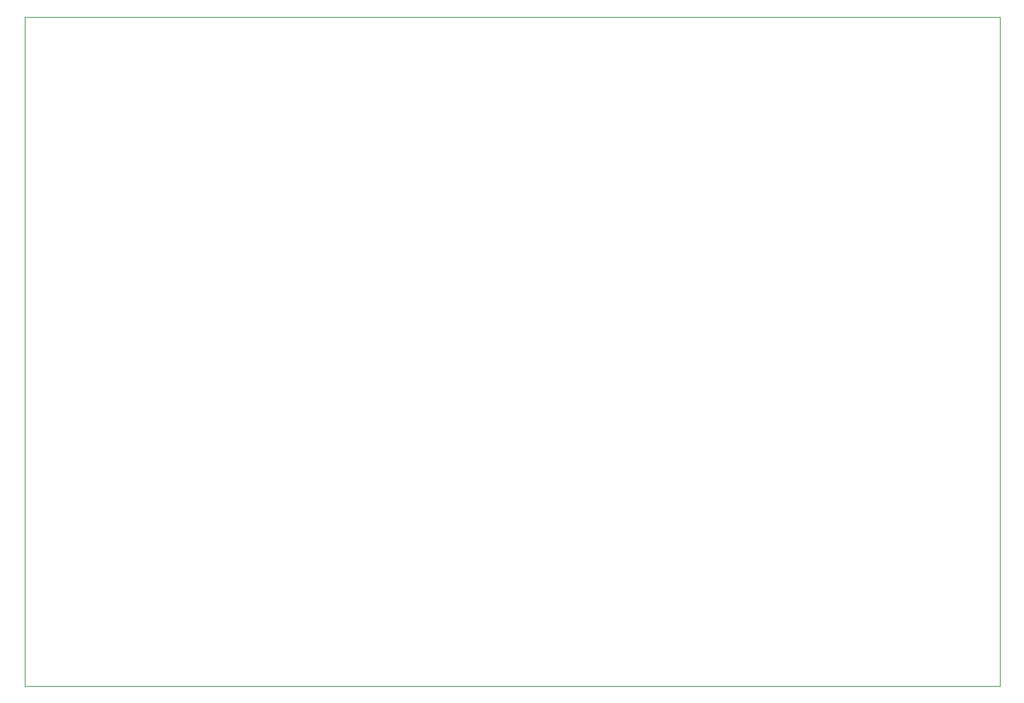
<source format=gbr>
%TF.GenerationSoftware,KiCad,Pcbnew,7.0.8*%
%TF.CreationDate,2023-10-20T14:12:00-05:00*%
%TF.ProjectId,breakout1,62726561-6b6f-4757-9431-2e6b69636164,rev?*%
%TF.SameCoordinates,Original*%
%TF.FileFunction,Profile,NP*%
%FSLAX46Y46*%
G04 Gerber Fmt 4.6, Leading zero omitted, Abs format (unit mm)*
G04 Created by KiCad (PCBNEW 7.0.8) date 2023-10-20 14:12:00*
%MOMM*%
%LPD*%
G01*
G04 APERTURE LIST*
%TA.AperFunction,Profile*%
%ADD10C,0.050000*%
%TD*%
G04 APERTURE END LIST*
D10*
X105750000Y-38500000D02*
X222250000Y-38500000D01*
X222250000Y-118500000D01*
X105750000Y-118500000D01*
X105750000Y-38500000D01*
M02*

</source>
